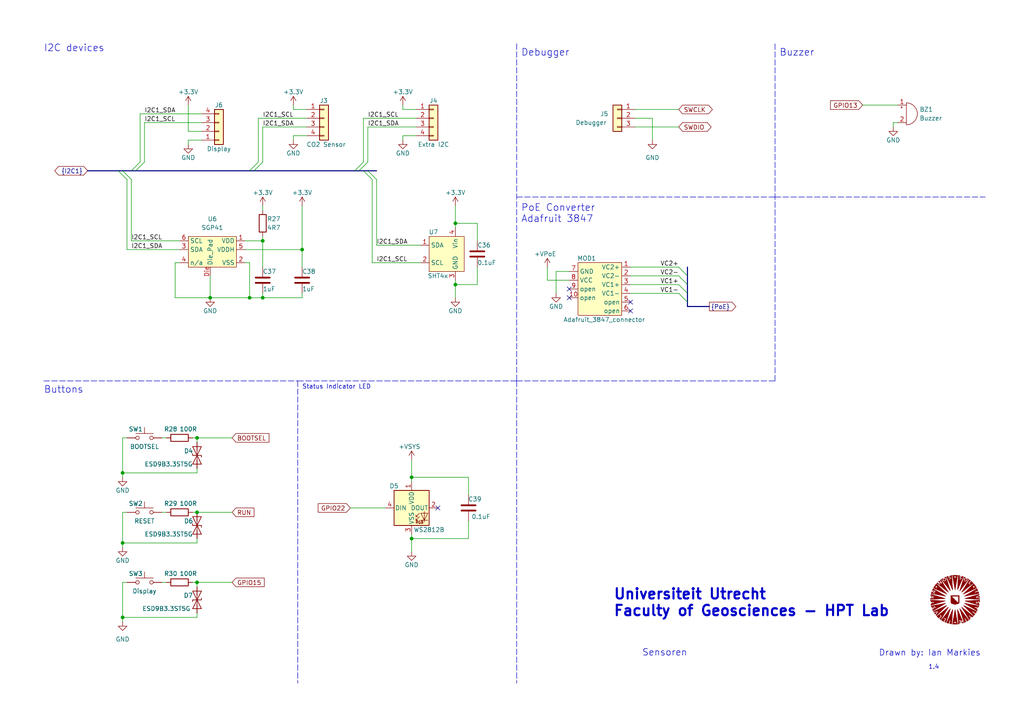
<source format=kicad_sch>
(kicad_sch (version 20211123) (generator eeschema)
  (paper "A4")
  (lib_symbols
    (symbol "Connector_Generic:Conn_01x03" (pin_names (offset 1.016) hide)
      (property "Reference" "J" (at 0 5.08 0))
      (property "Value" "Conn_01x03" (at 0 -5.08 0))
      (symbol "Conn_01x03_1_1"
        (pin passive line (at -5.08 2.54 0) (length 3.81) (name "Pin_1") (number "1"))
        (pin passive line (at -5.08 0 0) (length 3.81) (name "Pin_2") (number "2"))
        (pin passive line (at -5.08 -2.54 0) (length 3.81) (name "Pin_3") (number "3"))
      )
    )
    (symbol "Connector_Generic:Conn_01x04" (pin_names (offset 1.016) hide)
      (property "Reference" "J" (at 0 5.08 0))
      (property "Value" "Conn_01x04" (at 0 -7.62 0))
      (symbol "Conn_01x04_1_1"
        (pin passive line (at -5.08 2.54 0) (length 3.81) (name "Pin_1") (number "1"))
        (pin passive line (at -5.08 0 0) (length 3.81) (name "Pin_2") (number "2"))
        (pin passive line (at -5.08 -2.54 0) (length 3.81) (name "Pin_3") (number "3"))
        (pin passive line (at -5.08 -5.08 0) (length 3.81) (name "Pin_4") (number "4"))
      )
    )
    (symbol "Device:Buzzer" (pin_names (offset 0.0254) hide)
      (property "Reference" "BZ" (at 3.81 1.27 0))
      (property "Value" "Buzzer" (at 3.81 -1.27 0))
      (symbol "Buzzer_1_1"
        (pin passive line (at -2.54 2.54 0) (length 2.54) (name "-") (number "1"))
        (pin passive line (at -2.54 -2.54 0) (length 2.54) (name "+") (number "2"))
      )
    )
    (symbol "Device:C" (pin_numbers hide) (pin_names (offset 0.254))
      (property "Reference" "C" (at 0.635 2.54 0))
      (property "Value" "C" (at 0.635 -2.54 0))
      (symbol "C_1_1"
        (pin passive line (at 0 3.81 270) (length 2.794) (name "~") (number "1"))
        (pin passive line (at 0 -3.81 90) (length 2.794) (name "~") (number "2"))
      )
    )
    (symbol "Device:R" (pin_numbers hide) (pin_names (offset 0))
      (property "Reference" "R" (at 2.032 0 90))
      (property "Value" "R" (at 0 0 90))
      (symbol "R_1_1"
        (pin passive line (at 0 3.81 270) (length 1.27) (name "~") (number "1"))
        (pin passive line (at 0 -3.81 90) (length 1.27) (name "~") (number "2"))
      )
    )
    (symbol "Diode:ESD9B3.3ST5G" (pin_numbers hide) (pin_names (offset 1.016) hide)
      (property "Reference" "D" (at 0 2.54 0))
      (property "Value" "ESD9B3.3ST5G" (at 0 -2.54 0))
      (symbol "ESD9B3.3ST5G_1_1"
        (pin passive line (at -3.81 0 0) (length 2.54) (name "A1") (number "1"))
        (pin passive line (at 3.81 0 180) (length 2.54) (name "A2") (number "2"))
      )
    )
    (symbol "HPT:+VPoE" (power) (in_bom no) (on_board no)
      (property "Value" "+VPoE" (at 0 5.08 0))
      (symbol "+VPoE_1_1"
        (pin power_in line (at 0 0 90) (length 0) hide (name "+VPoE") (number ""))
      )
    )
    (symbol "HPT:+Vsys" (power) (in_bom no) (on_board no)
      (property "Value" "+Vsys" (at 0 3.81 0))
      (symbol "+Vsys_1_1"
        (pin power_in line (at 0 0 90) (length 0) hide (name "+VSYS") (number ""))
      )
    )
    (symbol "HPT:Adafruit_3847_connector"
      (property "Reference" "J" (at -5.08 7.62 0))
      (property "Value" "Adafruit_3847_connector" (at -1.27 -10.16 0))
      (symbol "Adafruit_3847_connector_1_1"
        (pin bidirectional line (at 8.89 5.08 180) (length 2.54) (name "VC2+") (number "1"))
        (pin passive line (at -8.89 -3.81 0) (length 2.54) (name "open") (number "10"))
        (pin bidirectional line (at 8.89 2.54 180) (length 2.54) (name "VC2-") (number "2"))
        (pin bidirectional line (at 8.89 0 180) (length 2.54) (name "VC1+") (number "3"))
        (pin bidirectional line (at 8.89 -2.54 180) (length 2.54) (name "VC1-") (number "4"))
        (pin passive line (at 8.89 -5.08 180) (length 2.54) (name "open") (number "5"))
        (pin passive line (at 8.89 -7.62 180) (length 2.54) (name "open") (number "6"))
        (pin power_out line (at -8.89 3.81 0) (length 2.54) (name "GND") (number "7"))
        (pin power_in line (at -8.89 1.27 0) (length 2.54) (name "VCC") (number "8"))
        (pin passive line (at -8.89 -1.27 0) (length 2.54) (name "open") (number "9"))
      )
    )
    (symbol "HPT:LOGO" (pin_names (offset 1.016)))
    (symbol "HPT:SGP41"
      (property "Reference" "U" (at -5.08 3.81 0))
      (property "Value" "SGP41" (at 5.08 -7.62 0))
      (symbol "SGP41_1_1"
        (pin power_in line (at 10.16 1.27 180) (length 2.54) (name "VDD") (number "1"))
        (pin power_in line (at 10.16 -5.08 180) (length 2.54) (name "VSS") (number "2"))
        (pin bidirectional line (at -8.89 -1.27 0) (length 2.54) (name "SDA") (number "3"))
        (pin passive line (at -8.89 -5.08 0) (length 2.54) (name "n/a") (number "4"))
        (pin power_in line (at 10.16 -1.27 180) (length 2.54) (name "VDDH") (number "5"))
        (pin bidirectional line (at -8.89 1.27 0) (length 2.54) (name "SCL") (number "6"))
        (pin power_in line (at 0 -8.89 90) (length 2.54) (name "Die_Pad") (number "Die"))
      )
    )
    (symbol "HPT:SHT4x"
      (property "Reference" "U" (at 5.08 -6.35 0))
      (property "Value" "SHT4x" (at -2.54 6.35 0))
      (symbol "SHT4x_1_1"
        (pin bidirectional line (at -7.62 2.54 0) (length 2.54) (name "SDA") (number "1"))
        (pin bidirectional line (at -7.62 -2.54 0) (length 2.54) (name "SCL") (number "2"))
        (pin power_in line (at 2.54 -7.62 90) (length 2.54) (name "GND") (number "3"))
        (pin power_in line (at 2.54 7.62 270) (length 2.54) (name "Vin") (number "4"))
      )
    )
    (symbol "LED:WS2812B" (pin_names (offset 0.254))
      (property "Reference" "D" (at 5.08 5.715 0))
      (property "Value" "WS2812B" (at 1.27 -5.715 0))
      (symbol "WS2812B_0_0"
        (text "RGB" (at 2.286 -4.191 0) (effects (font (size 0.762 0.762))))
      )
      (symbol "WS2812B_1_1"
        (pin power_in line (at 0 7.62 270) (length 2.54) (name "VDD") (number "1"))
        (pin output line (at 7.62 0 180) (length 2.54) (name "DOUT") (number "2"))
        (pin power_in line (at 0 -7.62 90) (length 2.54) (name "VSS") (number "3"))
        (pin input line (at -7.62 0 0) (length 2.54) (name "DIN") (number "4"))
      )
    )
    (symbol "Switch:SW_Push" (pin_numbers hide) (pin_names (offset 1.016) hide)
      (property "Reference" "SW" (at 1.27 2.54 0))
      (property "Value" "SW_Push" (at 0 -1.524 0))
      (symbol "SW_Push_0_1"
        (pin passive line (at -5.08 0 0) (length 2.54) (name "1") (number "1"))
        (pin passive line (at 5.08 0 180) (length 2.54) (name "2") (number "2"))
      )
    )
    (symbol "power:+3.3V" (power) (pin_names (offset 0))
      (property "Value" "+3.3V" (at 0 3.556 0))
      (symbol "+3.3V_1_1"
        (pin power_in line (at 0 0 90) (length 0) hide (name "+3.3V") (number "1"))
      )
    )
    (symbol "power:GND" (power) (pin_names (offset 0))
      (property "Value" "GND" (at 0 -3.81 0))
      (symbol "GND_1_1"
        (pin power_in line (at 0 0 270) (length 0) hide (name "GND") (number "1"))
      )
    )
  )
  (bus_alias "PoE" (members "VC1+" "VC1-" "VC2+" "VC2-"))
  (junction (at 35.56 179.07))
  (junction (at 76.2 69.85))
  (junction (at 119.38 138.43))
  (junction (at 132.08 64.77))
  (junction (at 57.15 148.59))
  (junction (at 35.56 157.48))
  (junction (at 132.08 82.55))
  (junction (at 87.63 72.39))
  (junction (at 76.2 86.36))
  (junction (at 57.15 127))
  (junction (at 57.15 168.91))
  (junction (at 60.96 86.36))
  (junction (at 72.39 86.36))
  (junction (at 35.56 137.16))
  (junction (at 119.38 156.21))
  (no_connect (at 127 147.32))
  (no_connect (at 165.1 86.36))
  (no_connect (at 182.88 87.63))
  (no_connect (at 182.88 90.17))
  (no_connect (at 165.1 83.82))
  (bus_entry (at 196.85 85.09) (size 2.54 2.54))
  (bus_entry (at 73.66 49.53) (size 2.54 -2.54))
  (bus_entry (at 72.39 49.53) (size 2.54 -2.54))
  (bus_entry (at 104.14 49.53) (size 2.54 -2.54))
  (bus_entry (at 102.87 49.53) (size 2.54 -2.54))
  (bus_entry (at 35.56 49.53) (size 2.54 2.54))
  (bus_entry (at 34.29 49.53) (size 2.54 2.54))
  (bus_entry (at 106.68 49.53) (size 2.54 2.54))
  (bus_entry (at 105.41 49.53) (size 2.54 2.54))
  (bus_entry (at 39.37 49.53) (size 2.54 -2.54))
  (bus_entry (at 38.1 49.53) (size 2.54 -2.54))
  (bus_entry (at 199.39 80.01) (size -2.54 -2.54))
  (bus_entry (at 199.39 82.55) (size -2.54 -2.54))
  (bus_entry (at 199.39 85.09) (size -2.54 -2.54))
  (wire (pts (xy 120.65 31.75) (xy 116.84 31.75)))
  (bus (pts (xy 199.39 88.9) (xy 205.74 88.9)))
  (bus (pts (xy 72.39 49.53) (xy 73.66 49.53)))
  (bus (pts (xy 25.4 49.53) (xy 34.29 49.53)))
  (wire (pts (xy 107.95 52.07) (xy 107.95 76.2)))
  (wire (pts (xy 72.39 76.2) (xy 72.39 86.36)))
  (wire (pts (xy 107.95 76.2) (xy 121.92 76.2)))
  (wire (pts (xy 48.26 148.59) (xy 46.99 148.59)))
  (wire (pts (xy 85.09 31.75) (xy 85.09 30.48)))
  (wire (pts (xy 36.83 52.07) (xy 36.83 72.39)))
  (wire (pts (xy 36.83 148.59) (xy 35.56 148.59)))
  (bus (pts (xy 34.29 49.53) (xy 35.56 49.53)))
  (wire (pts (xy 35.56 168.91) (xy 35.56 179.07)))
  (wire (pts (xy 184.15 36.83) (xy 196.85 36.83)))
  (bus (pts (xy 35.56 49.53) (xy 38.1 49.53)))
  (bus (pts (xy 199.39 82.55) (xy 199.39 85.09)))
  (wire (pts (xy 72.39 86.36) (xy 76.2 86.36)))
  (wire (pts (xy 36.83 72.39) (xy 52.07 72.39)))
  (wire (pts (xy 67.31 148.59) (xy 57.15 148.59)))
  (wire (pts (xy 71.12 69.85) (xy 76.2 69.85)))
  (wire (pts (xy 36.83 127) (xy 35.56 127)))
  (bus (pts (xy 39.37 49.53) (xy 72.39 49.53)))
  (wire (pts (xy 119.38 160.02) (xy 119.38 156.21)))
  (wire (pts (xy 138.43 64.77) (xy 138.43 69.85)))
  (wire (pts (xy 58.42 38.1) (xy 54.61 38.1)))
  (wire (pts (xy 259.08 35.56) (xy 259.08 36.83)))
  (wire (pts (xy 119.38 138.43) (xy 135.89 138.43)))
  (wire (pts (xy 35.56 137.16) (xy 35.56 138.43)))
  (wire (pts (xy 158.75 77.47) (xy 158.75 81.28)))
  (bus (pts (xy 105.41 49.53) (xy 106.68 49.53)))
  (wire (pts (xy 132.08 59.69) (xy 132.08 64.77)))
  (bus (pts (xy 106.68 49.53) (xy 109.22 49.53)))
  (polyline (pts (xy 86.36 110.49) (xy 149.86 110.49)))
  (wire (pts (xy 35.56 157.48) (xy 35.56 158.75)))
  (wire (pts (xy 106.68 46.99) (xy 106.68 36.83)))
  (wire (pts (xy 132.08 86.36) (xy 132.08 82.55)))
  (wire (pts (xy 250.19 30.48) (xy 260.35 30.48)))
  (bus (pts (xy 199.39 77.47) (xy 199.39 80.01)))
  (wire (pts (xy 74.93 46.99) (xy 74.93 34.29)))
  (polyline (pts (xy 224.79 57.15) (xy 285.75 57.15)))
  (wire (pts (xy 71.12 72.39) (xy 87.63 72.39)))
  (polyline (pts (xy 149.86 57.15) (xy 224.79 57.15)))
  (wire (pts (xy 182.88 77.47) (xy 196.85 77.47)))
  (wire (pts (xy 101.6 147.32) (xy 111.76 147.32)))
  (wire (pts (xy 38.1 69.85) (xy 38.1 52.07)))
  (wire (pts (xy 76.2 36.83) (xy 88.9 36.83)))
  (wire (pts (xy 35.56 127) (xy 35.56 137.16)))
  (bus (pts (xy 199.39 87.63) (xy 199.39 88.9)))
  (wire (pts (xy 60.96 86.36) (xy 72.39 86.36)))
  (wire (pts (xy 57.15 168.91) (xy 55.88 168.91)))
  (polyline (pts (xy 224.79 110.49) (xy 224.79 57.15)))
  (wire (pts (xy 55.88 148.59) (xy 57.15 148.59)))
  (bus (pts (xy 199.39 80.01) (xy 199.39 82.55)))
  (wire (pts (xy 138.43 82.55) (xy 132.08 82.55)))
  (wire (pts (xy 119.38 156.21) (xy 119.38 154.94)))
  (wire (pts (xy 40.64 33.02) (xy 40.64 46.99)))
  (polyline (pts (xy 12.7 110.49) (xy 86.36 110.49)))
  (wire (pts (xy 46.99 127) (xy 48.26 127)))
  (wire (pts (xy 76.2 46.99) (xy 76.2 36.83)))
  (wire (pts (xy 116.84 39.37) (xy 116.84 40.64)))
  (wire (pts (xy 50.8 76.2) (xy 52.07 76.2)))
  (wire (pts (xy 135.89 151.13) (xy 135.89 156.21)))
  (bus (pts (xy 199.39 85.09) (xy 199.39 87.63)))
  (wire (pts (xy 109.22 71.12) (xy 121.92 71.12)))
  (wire (pts (xy 106.68 36.83) (xy 120.65 36.83)))
  (wire (pts (xy 184.15 31.75) (xy 196.85 31.75)))
  (wire (pts (xy 60.96 80.01) (xy 60.96 86.36)))
  (wire (pts (xy 119.38 138.43) (xy 119.38 133.35)))
  (wire (pts (xy 161.29 78.74) (xy 161.29 85.09)))
  (wire (pts (xy 57.15 179.07) (xy 35.56 179.07)))
  (wire (pts (xy 76.2 59.69) (xy 76.2 60.96)))
  (wire (pts (xy 57.15 179.07) (xy 57.15 177.8)))
  (wire (pts (xy 36.83 168.91) (xy 35.56 168.91)))
  (wire (pts (xy 54.61 40.64) (xy 54.61 41.91)))
  (wire (pts (xy 132.08 64.77) (xy 138.43 64.77)))
  (wire (pts (xy 189.23 34.29) (xy 189.23 40.64)))
  (wire (pts (xy 41.91 35.56) (xy 58.42 35.56)))
  (wire (pts (xy 57.15 170.18) (xy 57.15 168.91)))
  (wire (pts (xy 76.2 86.36) (xy 76.2 85.09)))
  (bus (pts (xy 104.14 49.53) (xy 105.41 49.53)))
  (wire (pts (xy 88.9 31.75) (xy 85.09 31.75)))
  (wire (pts (xy 135.89 156.21) (xy 119.38 156.21)))
  (wire (pts (xy 87.63 59.69) (xy 87.63 72.39)))
  (wire (pts (xy 109.22 52.07) (xy 109.22 71.12)))
  (wire (pts (xy 88.9 39.37) (xy 85.09 39.37)))
  (wire (pts (xy 57.15 137.16) (xy 35.56 137.16)))
  (wire (pts (xy 55.88 127) (xy 57.15 127)))
  (wire (pts (xy 50.8 76.2) (xy 50.8 86.36)))
  (wire (pts (xy 71.12 76.2) (xy 72.39 76.2)))
  (wire (pts (xy 138.43 77.47) (xy 138.43 82.55)))
  (bus (pts (xy 38.1 49.53) (xy 39.37 49.53)))
  (wire (pts (xy 119.38 138.43) (xy 119.38 139.7)))
  (wire (pts (xy 105.41 34.29) (xy 120.65 34.29)))
  (polyline (pts (xy 224.79 12.7) (xy 224.79 57.15)))
  (wire (pts (xy 260.35 35.56) (xy 259.08 35.56)))
  (wire (pts (xy 58.42 40.64) (xy 54.61 40.64)))
  (wire (pts (xy 57.15 156.21) (xy 57.15 157.48)))
  (wire (pts (xy 76.2 69.85) (xy 76.2 68.58)))
  (wire (pts (xy 135.89 138.43) (xy 135.89 143.51)))
  (wire (pts (xy 35.56 148.59) (xy 35.56 157.48)))
  (wire (pts (xy 165.1 81.28) (xy 158.75 81.28)))
  (bus (pts (xy 102.87 49.53) (xy 104.14 49.53)))
  (wire (pts (xy 182.88 85.09) (xy 196.85 85.09)))
  (wire (pts (xy 182.88 80.01) (xy 196.85 80.01)))
  (wire (pts (xy 40.64 33.02) (xy 58.42 33.02)))
  (wire (pts (xy 132.08 64.77) (xy 132.08 66.04)))
  (wire (pts (xy 76.2 86.36) (xy 87.63 86.36)))
  (wire (pts (xy 57.15 137.16) (xy 57.15 135.89)))
  (wire (pts (xy 182.88 82.55) (xy 196.85 82.55)))
  (wire (pts (xy 41.91 46.99) (xy 41.91 35.56)))
  (wire (pts (xy 67.31 168.91) (xy 57.15 168.91)))
  (wire (pts (xy 67.31 127) (xy 57.15 127)))
  (wire (pts (xy 38.1 69.85) (xy 52.07 69.85)))
  (wire (pts (xy 85.09 39.37) (xy 85.09 40.64)))
  (polyline (pts (xy 149.86 110.49) (xy 149.86 198.12)))
  (wire (pts (xy 184.15 34.29) (xy 189.23 34.29)))
  (wire (pts (xy 54.61 38.1) (xy 54.61 30.48)))
  (wire (pts (xy 74.93 34.29) (xy 88.9 34.29)))
  (wire (pts (xy 87.63 72.39) (xy 87.63 77.47)))
  (wire (pts (xy 57.15 128.27) (xy 57.15 127)))
  (bus (pts (xy 73.66 49.53) (xy 102.87 49.53)))
  (wire (pts (xy 50.8 86.36) (xy 60.96 86.36)))
  (polyline (pts (xy 149.86 110.49) (xy 224.79 110.49)))
  (wire (pts (xy 48.26 168.91) (xy 46.99 168.91)))
  (wire (pts (xy 116.84 31.75) (xy 116.84 30.48)))
  (polyline (pts (xy 86.36 110.49) (xy 86.36 198.12)))
  (wire (pts (xy 132.08 82.55) (xy 132.08 81.28)))
  (wire (pts (xy 120.65 39.37) (xy 116.84 39.37)))
  (wire (pts (xy 35.56 179.07) (xy 35.56 180.34)))
  (wire (pts (xy 87.63 85.09) (xy 87.63 86.36)))
  (wire (pts (xy 165.1 78.74) (xy 161.29 78.74)))
  (polyline (pts (xy 149.86 12.7) (xy 149.86 110.49)))
  (wire (pts (xy 57.15 157.48) (xy 35.56 157.48)))
  (wire (pts (xy 105.41 46.99) (xy 105.41 34.29)))
  (wire (pts (xy 76.2 69.85) (xy 76.2 77.47)))
  (text "PoE Converter\nAdafruit 3847\n" (at 151.13 64.77 0) (effects (font (size 2 2)) (justify left bottom)))
  (text "Drawn by: Ian Markies" (at 284.48 190.5 180) (effects (font (size 1.75 1.75)) (justify right bottom)))
  (text "Status Indicator LED" (at 87.63 113.03 0) (effects (font (size 1.27 1.27)) (justify left bottom)))
  (text "Universiteit Utrecht\nFaculty of Geosciences - HPT Lab" (at 177.8 179.07 0) (effects (font (size 3 3) (thickness 0.6) bold) (justify left bottom)))
  (text "1.4\n" (at 269.24 194.31 0) (effects (font (size 1.27 1.27)) (justify left bottom)))
  (text "I2C devices\n" (at 12.7 15.24 0) (effects (font (size 2 2)) (justify left bottom)))
  (text "Buzzer" (at 226.06 16.51 0) (effects (font (size 2 2)) (justify left bottom)))
  (text "Buttons" (at 12.7 114.3 0) (effects (font (size 2 2)) (justify left bottom)))
  (text "Debugger" (at 151.13 16.51 0) (effects (font (size 2 2)) (justify left bottom)))
  (text "Sensoren" (at 199.39 190.5 180) (effects (font (size 1.905 1.905)) (justify right bottom)))
  (label "I2C1_SCL" (at 41.91 35.56 0))
  (label "I2C1_SDA" (at 41.91 33.02 0))
  (label "VC1-" (at 196.85 85.09 180))
  (label "VC2+" (at 196.85 77.47 180))
  (label "I2C1_SCL" (at 106.68 34.29 0))
  (label "VC1+" (at 196.85 82.55 180))
  (label "I2C1_SCL" (at 109.22 76.2 0))
  (label "I2C1_SDA" (at 109.22 71.12 0))
  (label "VC2-" (at 196.85 80.01 180))
  (label "I2C1_SCL" (at 38.1 69.85 0))
  (label "I2C1_SCL" (at 76.2 34.29 0))
  (label "I2C1_SDA" (at 38.1 72.39 0))
  (label "I2C1_SDA" (at 76.2 36.83 0))
  (label "I2C1_SDA" (at 106.68 36.83 0))
  (global_label "BOOTSEL" (shape input) (at 67.31 127 0) (property "Intersheet References" "${INTERSHEET_REFS}" (effects hide)))
  (global_label "{I2C1}" (shape bidirectional) (at 25.4 49.53 180) (property "Intersheet References" "${INTERSHEET_REFS}" (effects hide)))
  (global_label "{PoE}" (shape output) (at 205.74 88.9 0) (property "Intersheet References" "${INTERSHEET_REFS}" (effects hide)))
  (global_label "GPIO22" (shape input) (at 101.6 147.32 180) (property "Intersheet References" "${INTERSHEET_REFS}" (effects hide)))
  (global_label "SWDIO" (shape bidirectional) (at 196.85 36.83 0) (property "Intersheet References" "${INTERSHEET_REFS}" (effects hide)))
  (global_label "GPIO13" (shape input) (at 250.19 30.48 180) (property "Intersheet References" "${INTERSHEET_REFS}" (effects hide)))
  (global_label "SWCLK" (shape bidirectional) (at 196.85 31.75 0) (property "Intersheet References" "${INTERSHEET_REFS}" (effects hide)))
  (global_label "GPIO15" (shape input) (at 67.31 168.91 0) (property "Intersheet References" "${INTERSHEET_REFS}" (effects hide)))
  (global_label "RUN" (shape input) (at 67.31 148.59 0) (property "Intersheet References" "${INTERSHEET_REFS}" (effects hide)))
  (symbol (lib_id "power:GND") (at 54.61 41.91 0) (mirror y) (unit 1)
    (property "Reference" "#PWR047" (effects hide))
    (property "Value" "GND" (at 54.61 45.72 0))
  )
  (symbol (lib_id "power:+3.3V") (at 87.63 59.69 0) (unit 1)
    (property "Reference" "#PWR049" (effects hide))
    (property "Value" "+3.3V" (at 87.63 55.88 0))
  )
  (symbol (lib_id "HPT:Adafruit_3847_connector") (at 173.99 82.55 0) (unit 1)
    (property "Reference" "MOD1" (at 170.18 74.93 0))
    (property "Value" "Adafruit_3847_connector" (at 175.26 92.71 0))
    (property "Footprint" "HPT:Adafruit 3847 connector" (effects hide))
  )
  (symbol (lib_id "Connector_Generic:Conn_01x04") (at 125.73 34.29 0) (unit 1)
    (property "Reference" "J4" (at 125.73 29.21 0))
    (property "Value" "Extra I2C" (at 125.73 41.91 0))
    (property "Footprint" "Connector_PinHeader_2.54mm:PinHeader_1x04_P2.54mm_Vertical" (effects hide))
  )
  (symbol (lib_id "Connector_Generic:Conn_01x04") (at 63.5 38.1 0) (mirror x) (unit 1)
    (property "Reference" "J6" (at 63.5 30.48 0))
    (property "Value" "Display" (at 63.5 43.18 0))
    (property "Footprint" "Connector_PinHeader_2.54mm:PinHeader_1x04_P2.54mm_Vertical" (effects hide))
  )
  (symbol (lib_id "Connector_Generic:Conn_01x03") (at 179.07 34.29 0) (mirror y) (unit 1)
    (property "Reference" "J5" (at 175.26 33.02 0))
    (property "Value" "Debugger" (at 171.45 35.56 0))
    (property "Footprint" "Connector_PinHeader_2.54mm:PinHeader_1x03_P2.54mm_Vertical" (effects hide))
  )
  (symbol (lib_id "Diode:ESD9B3.3ST5G") (at 57.15 132.08 90) (unit 1)
    (property "Reference" "D4" (at 53.34 130.81 90) (effects (justify right)))
    (property "Value" "ESD9B3.3ST5G" (at 41.91 134.62 90) (effects (justify right)))
    (property "Footprint" "Diode_SMD:D_SOD-923" (effects hide))
    (property "Datasheet" "https://www.onsemi.com/pub/Collateral/ESD9B-D.PDF" (effects hide))
  )
  (symbol (lib_id "power:+3.3V") (at 76.2 59.69 0) (unit 1)
    (property "Reference" "#PWR048" (effects hide))
    (property "Value" "+3.3V" (at 76.2 55.88 0))
  )
  (symbol (lib_id "Device:C") (at 135.89 147.32 0) (mirror y) (unit 1)
    (property "Reference" "C39" (at 139.7 144.78 0) (effects (justify left)))
    (property "Value" "0.1uF" (at 142.24 149.86 0) (effects (justify left)))
    (property "Footprint" "Capacitor_SMD:C_0402_1005Metric" (effects hide))
  )
  (symbol (lib_id "power:+3.3V") (at 116.84 30.48 0) (mirror y) (unit 1)
    (property "Reference" "#PWR042" (effects hide))
    (property "Value" "+3.3V" (at 116.84 26.67 0))
  )
  (symbol (lib_id "power:GND") (at 132.08 86.36 0) (unit 1)
    (property "Reference" "#PWR053" (effects hide))
    (property "Value" "GND" (at 132.08 90.17 0))
  )
  (symbol (lib_id "power:GND") (at 161.29 85.09 0) (mirror y) (unit 1)
    (property "Reference" "#PWR051" (effects hide))
    (property "Value" "GND" (at 161.29 88.9 0))
  )
  (symbol (lib_id "power:GND") (at 119.38 160.02 0) (unit 1)
    (property "Reference" "#PWR056" (effects hide))
    (property "Value" "GND" (at 119.38 163.83 0))
  )
  (symbol (lib_id "Switch:SW_Push") (at 41.91 127 0) (unit 1)
    (property "Reference" "SW1" (at 39.37 124.46 0))
    (property "Value" "BOOTSEL" (at 41.91 129.54 0))
    (property "Footprint" "HPT:Switch" (effects hide))
  )
  (symbol (lib_id "Device:R") (at 52.07 168.91 90) (unit 1)
    (property "Reference" "R30" (at 49.53 166.37 90))
    (property "Value" "100R" (at 54.61 166.37 90))
    (property "Footprint" "Resistor_SMD:R_0402_1005Metric" (effects hide))
  )
  (symbol (lib_id "Device:R") (at 52.07 127 270) (mirror x) (unit 1)
    (property "Reference" "R28" (at 49.53 124.46 90))
    (property "Value" "100R" (at 54.61 124.46 90))
    (property "Footprint" "Resistor_SMD:R_0402_1005Metric" (effects hide))
  )
  (symbol (lib_id "Switch:SW_Push") (at 41.91 148.59 0) (unit 1)
    (property "Reference" "SW2" (at 39.37 146.05 0))
    (property "Value" "RESET" (at 41.91 151.13 0))
    (property "Footprint" "HPT:Switch" (effects hide))
  )
  (symbol (lib_id "LED:WS2812B") (at 119.38 147.32 0) (unit 1)
    (property "Reference" "D5" (at 114.3 140.97 0))
    (property "Value" "WS2812B" (at 124.46 153.67 0))
    (property "Footprint" "LED_SMD:LED_WS2812B_PLCC4_5.0x5.0mm_P3.2mm" (effects hide))
    (property "Datasheet" "https://cdn-shop.adafruit.com/datasheets/WS2812B.pdf" (effects hide))
  )
  (symbol (lib_id "HPT:LOGO") (at 276.86 173.99 0) (unit 1)
    (property "Reference" "#G4" (effects hide))
    (property "Value" "LOGO" (effects hide))
  )
  (symbol (lib_id "Diode:ESD9B3.3ST5G") (at 57.15 173.99 270) (mirror x) (unit 1)
    (property "Reference" "D7" (at 54.61 172.72 90))
    (property "Value" "ESD9B3.3ST5G" (at 48.26 176.53 90))
    (property "Footprint" "Diode_SMD:D_SOD-923" (effects hide))
    (property "Datasheet" "https://www.onsemi.com/pub/Collateral/ESD9B-D.PDF" (effects hide))
  )
  (symbol (lib_id "HPT:SHT4x") (at 129.54 73.66 0) (unit 1)
    (property "Reference" "U7" (at 125.73 67.31 0))
    (property "Value" "SHT4x" (at 127 80.01 0))
    (property "Footprint" "HPT:SHT4x" (effects hide))
  )
  (symbol (lib_id "power:+3.3V") (at 132.08 59.69 0) (unit 1)
    (property "Reference" "#PWR050" (effects hide))
    (property "Value" "+3.3V" (at 132.08 55.88 0))
  )
  (symbol (lib_id "power:GND") (at 35.56 138.43 0) (unit 1)
    (property "Reference" "#PWR054" (effects hide))
    (property "Value" "GND" (at 35.56 142.24 0))
  )
  (symbol (lib_id "power:GND") (at 35.56 180.34 0) (mirror y) (unit 1)
    (property "Reference" "#PWR057" (effects hide))
    (property "Value" "GND" (at 35.56 185.42 0))
  )
  (symbol (lib_id "power:+3.3V") (at 54.61 30.48 0) (mirror y) (unit 1)
    (property "Reference" "#PWR040" (effects hide))
    (property "Value" "+3.3V" (at 54.61 26.67 0))
  )
  (symbol (lib_id "Switch:SW_Push") (at 41.91 168.91 0) (mirror y) (unit 1)
    (property "Reference" "SW3" (at 39.37 166.37 0))
    (property "Value" "Display" (at 41.91 171.45 0))
    (property "Footprint" "Button_Switch_SMD:SW_Push_1P1T_NO_6x6mm_H9.5mm" (effects hide))
  )
  (symbol (lib_id "Device:Buzzer") (at 262.89 33.02 0) (unit 1)
    (property "Reference" "BZ1" (at 266.7 31.7499 0) (effects (justify left)))
    (property "Value" "Buzzer" (at 266.7 34.2899 0) (effects (justify left)))
    (property "Footprint" "Buzzer_Beeper:Buzzer_TDK_PS1240P02BT_D12.2mm_H6.5mm" (effects hide))
  )
  (symbol (lib_id "Device:R") (at 76.2 64.77 0) (unit 1)
    (property "Reference" "R27" (at 77.47 63.5 0) (effects (justify left)))
    (property "Value" "4R7" (at 77.47 66.04 0) (effects (justify left)))
    (property "Footprint" "Resistor_SMD:R_0402_1005Metric" (effects hide))
  )
  (symbol (lib_id "Device:R") (at 52.07 148.59 270) (mirror x) (unit 1)
    (property "Reference" "R29" (at 49.53 146.05 90))
    (property "Value" "100R" (at 54.61 146.05 90))
    (property "Footprint" "Resistor_SMD:R_0402_1005Metric" (effects hide))
  )
  (symbol (lib_id "Connector_Generic:Conn_01x04") (at 93.98 34.29 0) (unit 1)
    (property "Reference" "J3" (at 92.71 29.21 0) (effects (justify left)))
    (property "Value" "CO2 Sensor" (at 88.9 41.91 0) (effects (justify left)))
    (property "Footprint" "Connector_Molex:Molex_KK-254_AE-6410-04A_1x04_P2.54mm_Vertical" (effects hide))
  )
  (symbol (lib_id "power:+3.3V") (at 85.09 30.48 0) (mirror y) (unit 1)
    (property "Reference" "#PWR041" (effects hide))
    (property "Value" "+3.3V" (at 85.09 26.67 0))
  )
  (symbol (lib_id "HPT:+VPoE") (at 158.75 77.47 0) (unit 1) (in_bom no) (on_board no)
    (property "Reference" "#U013" (effects hide))
    (property "Value" "+VPoE" (at 154.94 73.66 0) (effects (justify left)))
  )
  (symbol (lib_id "power:GND") (at 35.56 158.75 0) (unit 1)
    (property "Reference" "#PWR055" (effects hide))
    (property "Value" "GND" (at 35.56 162.56 0))
  )
  (symbol (lib_id "Device:C") (at 76.2 81.28 0) (unit 1)
    (property "Reference" "C37" (at 76.2 78.74 0) (effects (justify left)))
    (property "Value" "1uF" (at 76.2 83.82 0) (effects (justify left)))
    (property "Footprint" "Capacitor_SMD:C_0402_1005Metric" (effects hide))
  )
  (symbol (lib_id "power:GND") (at 259.08 36.83 0) (unit 1)
    (property "Reference" "#PWR043" (effects hide))
    (property "Value" "GND" (at 259.08 40.64 0))
  )
  (symbol (lib_id "power:GND") (at 60.96 86.36 0) (unit 1)
    (property "Reference" "#PWR052" (effects hide))
    (property "Value" "GND" (at 60.96 90.17 0))
  )
  (symbol (lib_id "Device:C") (at 138.43 73.66 0) (mirror x) (unit 1)
    (property "Reference" "C36" (at 138.43 71.12 0) (effects (justify left)))
    (property "Value" "0.1uF" (at 138.43 76.2 0) (effects (justify left)))
    (property "Footprint" "Capacitor_SMD:C_0402_1005Metric" (effects hide))
  )
  (symbol (lib_id "power:GND") (at 116.84 40.64 0) (mirror y) (unit 1)
    (property "Reference" "#PWR045" (effects hide))
    (property "Value" "GND" (at 116.84 44.45 0))
  )
  (symbol (lib_id "Diode:ESD9B3.3ST5G") (at 57.15 152.4 90) (unit 1)
    (property "Reference" "D6" (at 53.34 151.13 90) (effects (justify right)))
    (property "Value" "ESD9B3.3ST5G" (at 41.91 154.94 90) (effects (justify right)))
    (property "Footprint" "Diode_SMD:D_SOD-923" (effects hide))
    (property "Datasheet" "https://www.onsemi.com/pub/Collateral/ESD9B-D.PDF" (effects hide))
  )
  (symbol (lib_id "power:GND") (at 189.23 40.64 0) (unit 1)
    (property "Reference" "#PWR046" (effects hide))
    (property "Value" "GND" (at 189.23 45.72 0))
  )
  (symbol (lib_id "HPT:SGP41") (at 60.96 71.12 0) (unit 1)
    (property "Reference" "U6" (at 61.595 63.5 0))
    (property "Value" "SGP41" (at 61.595 66.04 0))
    (property "Footprint" "HPT:SGP41" (effects hide))
  )
  (symbol (lib_id "HPT:+Vsys") (at 119.38 133.35 0) (unit 1) (in_bom no) (on_board no)
    (property "Reference" "#U0102" (effects hide))
    (property "Value" "+Vsys" (at 115.57 129.54 0) (effects (justify left)))
  )
  (symbol (lib_id "Device:C") (at 87.63 81.28 0) (unit 1)
    (property "Reference" "C38" (at 87.63 78.74 0) (effects (justify left)))
    (property "Value" "1uF" (at 87.63 83.82 0) (effects (justify left)))
    (property "Footprint" "Capacitor_SMD:C_0402_1005Metric" (effects hide))
  )
  (symbol (lib_id "power:GND") (at 85.09 40.64 0) (mirror y) (unit 1)
    (property "Reference" "#PWR044" (effects hide))
    (property "Value" "GND" (at 85.09 44.45 0))
  )
)
</source>
